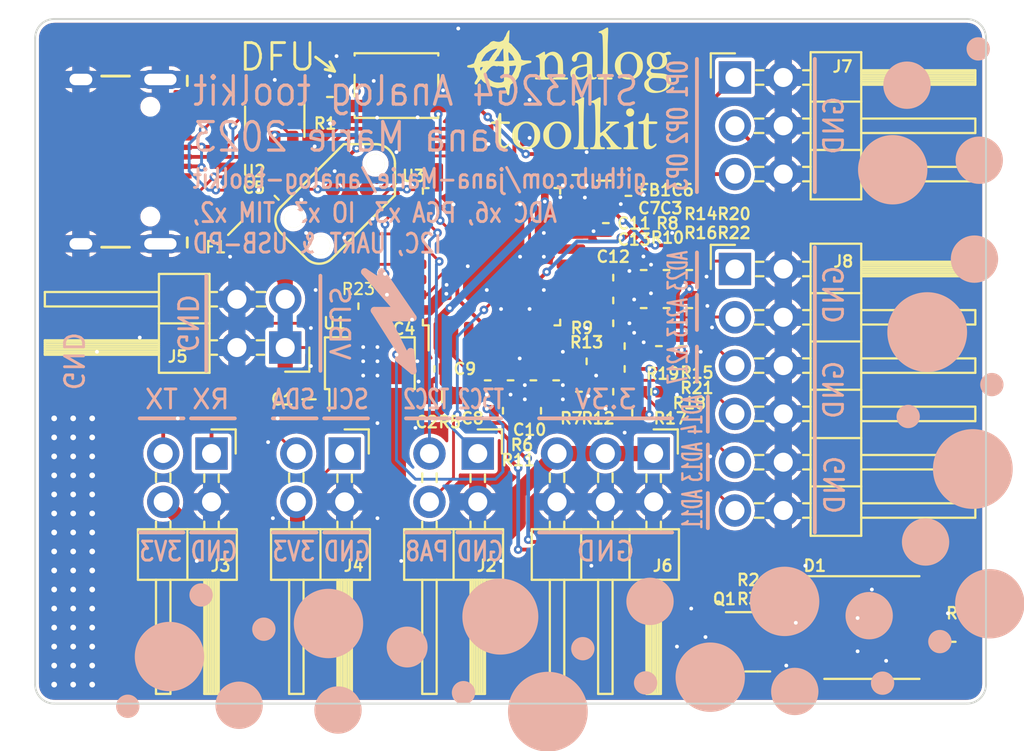
<source format=kicad_pcb>
(kicad_pcb (version 20240108) (generator "pcbnew") (generator_version "8.0")
  (layers (0 "F.Cu" signal) (31 "B.Cu" signal) (34 "B.Paste" user) (35 "F.Paste" user) (36 "B.SilkS" user "B.Silkscreen") (37 "F.SilkS" user "F.Silkscreen") (38 "B.Mask" user) (39 "F.Mask" user) (44 "Edge.Cuts" user))
  (net 0 "")
  (net 1 "nRST")
  (net 2 "GND")
  (net 3 "VBUS")
  (net 4 "+3V3")
  (net 5 "+3.3VA")
  (net 6 "ADC1_1")
  (net 7 "ADC1_3")
  (net 8 "ADC1_4")
  (net 9 "ADC2_3")
  (net 10 "Net-(D1-Pad2)")
  (net 11 "ADC2_17")
  (net 12 "ADC2_13")
  (net 13 "LED1")
  (net 15 "Net-(D1-Pad3)")
  (net 16 "D-")
  (net 17 "D+")
  (net 19 "Net-(D1-Pad4)")
  (net 20 "Net-(D1-Pad6)")
  (net 21 "Net-(F1-Pad1)")
  (net 22 "CC1")
  (net 23 "CC2")
  (net 24 "TIM3_CH2")
  (net 25 "TIM2_CH2")
  (net 26 "PA8")
  (net 27 "UART_RX")
  (net 28 "UART_TX")
  (net 29 "I2C_SCL")
  (net 30 "I2C_SDA")
  (net 31 "OPAMP1")
  (net 32 "OPAMP2")
  (net 33 "OPAMP3")
  (net 34 "Net-(J8-Pad1)")
  (net 35 "Net-(J8-Pad3)")
  (net 36 "Net-(J8-Pad5)")
  (net 37 "Net-(J8-Pad7)")
  (net 38 "Net-(J8-Pad9)")
  (net 39 "Net-(J8-Pad11)")
  (net 40 "SWDIO")
  (net 41 "SWCLK")
  (net 43 "LED2")
  (net 44 "Net-(R1-Pad1)")
  (footprint "otter:USB-C 16Pin" (layer "F.Cu") (at 107.5 107.5 -90)
    (property "Reference" "J1" (hide yes))
    (property "Value" "USB_C")
  )
  (footprint "otter:R_0402" (layer "F.Cu") (at 148.25 132.75 -90)
    (property "Reference" "R4")
    (property "Value" "5k1" (hide yes))
  )
  (footprint "Connector_PinHeader_2.54mm:PinHeader_2x02_P2.54mm_Horizontal" (layer "F.Cu") (at 123.275 122.85 -90)
    (property "Reference" "J2")
    (property "Value" "IO")
  )
  (footprint "Package_TO_SOT_SMD:SOT-23" (layer "F.Cu") (at 138 132.75)
    (property "Reference" "Q1")
    (property "Value" "AO3400A")
  )
  (footprint "otter:R_0402" (layer "F.Cu") (at 134.4 113.2 -90)
    (property "Reference" "R20")
    (property "Value" "DNP" (hide yes))
  )
  (footprint "Connector_PinHeader_2.54mm:PinHeader_2x02_P2.54mm_Horizontal" (layer "F.Cu") (at 109.275 122.85 -90)
    (property "Reference" "J3")
    (property "Value" "UART")
  )
  (footprint "Connector_PinHeader_2.54mm:PinHeader_2x06_P2.54mm_Horizontal" (layer "F.Cu") (at 136.8 113.145591)
    (property "Reference" "J8")
    (property "Value" "ADC")
  )
  (footprint "otter:R_0402" (layer "F.Cu") (at 126.6 120.6)
    (property "Reference" "R6")
    (property "Value" "DNP" (hide yes))
  )
  (footprint "otter:R_0402" (layer "F.Cu") (at 139.25 129.5)
    (property "Reference" "R2")
    (property "Value" "5k1" (hide yes))
  )
  (footprint "Connector_PinHeader_2.54mm:PinHeader_2x03_P2.54mm_Horizontal" (layer "F.Cu") (at 132.525 122.85 -90)
    (property "Reference" "J6")
    (property "Value" "3.3V")
  )
  (footprint "Connector_PinHeader_2.54mm:PinHeader_2x02_P2.54mm_Horizontal" (layer "F.Cu") (at 116.275 122.85 -90)
    (property "Reference" "J4")
    (property "Value" "I2C")
  )
  (footprint "otter:R_0402" (layer "F.Cu") (at 134.4 115.2 90)
    (property "Reference" "R22")
    (property "Value" "DNP" (hide yes))
  )
  (footprint "otter:C_0402" (layer "F.Cu") (at 130.010408 110.732233 -90)
    (property "Reference" "C7")
    (property "Value" "100n" (hide yes))
  )
  (footprint "otter:R_0402" (layer "F.Cu") (at 131.4 120.7)
    (property "Reference" "R17")
    (property "Value" "DNP" (hide yes))
  )
  (footprint "otter:R_0402" (layer "F.Cu") (at 133.2 113.2 90)
    (property "Reference" "R14")
    (property "Value" "0" (hide yes))
  )
  (footprint "otter:C_0402" (layer "F.Cu") (at 130.4 116)
    (property "Reference" "C12")
    (property "Value" "100n" (hide yes))
  )
  (footprint "Package_TO_SOT_SMD:SOT-89-3" (layer "F.Cu") (at 117.6 118.4 90)
    (property "Reference" "U1")
    (property "Value" "AP2204R-3.3")
  )
  (footprint "otter:C_0402" (layer "F.Cu") (at 128.4 108.2 -90)
    (property "Reference" "C6")
    (property "Value" "100n" (hide yes))
  )
  (footprint "otter:analog_toolkit" (layer "F.Cu") (at 127.95 103.65)
    (property "Reference" "G***" (hide yes))
    (property "Value" "LOGO" (hide yes))
  )
  (footprint "otter:C_0402" (layer "F.Cu") (at 112.7 109.4 45)
    (property "Reference" "C5")
    (property "Value" "100n" (hide yes))
  )
  (footprint "otter:R_0402" (layer "F.Cu") (at 134 117.2 -90)
    (property "Reference" "R21")
    (property "Value" "DNP" (hide yes))
  )
  (footprint "otter:R_0402" (layer "F.Cu") (at 131 118.4)
    (property "Reference" "R19")
    (property "Value" "DNP" (hide yes))
  )
  (footprint "Package_TO_SOT_SMD:SOT-23-6" (layer "F.Cu") (at 112.6 105.4 -90)
    (property "Reference" "U2")
    (property "Value" "otter_USBLC6-4")
  )
  (footprint "otter:TC2030" (layer "F.Cu") (at 116.1 109.4 -135)
    (property "Reference" "P1" (hide yes))
    (property "Value" "TC2030" (hide yes))
  )
  (footprint "LED_SMD:LED_RGB_5050-6" (layer "F.Cu") (at 144 132)
    (property "Reference" "D1")
    (property "Value" "LED_RGB")
  )
  (footprint "otter:C_0402" (layer "F.Cu") (at 130.4 113.6)
    (property "Reference" "C11")
    (property "Value" "100n" (hide yes))
  )
  (footprint "otter:R_0402" (layer "F.Cu") (at 130.4 119.6)
    (property "Reference" "R12")
    (property "Value" "0" (hide yes))
  )
  (footprint "otter:C_0402" (layer "F.Cu") (at 125 119 -90)
    (property "Reference" "C8")
    (property "Value" "100n" (hide yes))
  )
  (footprint "otter:R_0402" (layer "F.Cu") (at 139.25 130.5 180)
    (property "Reference" "R3")
    (property "Value" "5k1" (hide yes))
  )
  (footprint "otter:C_0402" (layer "F.Cu") (at 131.2 109.3 -90)
    (property "Reference" "C3")
    (property "Value" "100n" (hide yes))
  )
  (footprint "otter:C_0402" (layer "F.Cu") (at 126.2 119 -90)
    (property "Reference" "C9")
    (property "Value" "100n" (hide yes))
  )
  (footprint "Package_QFP:LQFP-32_7x7mm_P0.8mm" (layer "F.Cu") (at 124 112.5 90)
    (property "Reference" "U3")
    (property "Value" "STM32G431xB")
  )
  (footprint "Connector_PinHeader_2.54mm:PinHeader_2x02_P2.54mm_Horizontal" (layer "F.Cu") (at 113.15 117.275 180)
    (property "Reference" "J5")
    (property "Value" "VBUS")
  )
  (footprint "otter:R_0402" (layer "F.Cu") (at 132 113.2 -90)
    (property "Reference" "R8")
    (property "Value" "DNP" (hide yes))
  )
  (footprint "otter:R_0402" (layer "F.Cu") (at 133.2 115.2 -90)
    (property "Reference" "R16")
    (property "Value" "0" (hide yes))
  )
  (footprint "otter:R_0805" (layer "F.Cu") (at 110.5 111 -45)
    (property "Reference" "F1")
    (property "Value" "500mA" (hide yes))
  )
  (footprint "otter:R_0402" (layer "F.Cu") (at 117 115.1 180)
    (property "Reference" "R23")
    (property "Value" "DNP" (hide yes))
  )
  (footprint "otter:R_0402" (layer "F.Cu") (at 124.6 120.6)
    (property "Reference" "R11")
    (property "Value" "0" (hide yes))
  )
  (footprint "otter:C_0402" (layer "F.Cu") (at 127.4 119 -90)
    (property "Reference" "C10")
    (property "Value" "100n" (hide yes))
  )
  (footprint "otter:R_0402" (layer "F.Cu") (at 129 118)
    (property "Reference" "R13")
    (property "Value" "0" (hide yes))
  )
  (footprint "otter:R_0603" (layer "F.Cu") (at 129.9 108.5 -90)
    (property "Reference" "FB1")
    (property "Value" "FERRET" (hide yes))
  )
  (footprint "otter:R_0402" (layer "F.Cu") (at 132.8 117.2 90)
    (property "Reference" "R15")
    (property "Value" "0" (hide yes))
  )
  (footprint "otter:R_0402" (layer "F.Cu") (at 115.5 104.1 90)
    (property "Reference" "R1")
    (property "Value" "5k1" (hide yes))
  )
  (footprint "otter:C_0402" (layer "F.Cu") (at 121 118.4 180)
    (property "Reference" "C4")
    (property "Value" "100n" (hide yes))
  )
  (footprint "otter:R_0402" (layer "F.Cu") (at 128.6 119.6 90)
    (property "Reference" "R7")
    (property "Value" "DNP" (hide yes))
  )
  (footprint "otter:C_0603" (layer "F.Cu") (at 121.4 119.8 180)
    (property "Reference" "C2")
    (property "Value" "4u7" (hide yes))
  )
  (footprint "otter:C_0603" (layer "F.Cu") (at 114.4 120 90)
    (property "Reference" "C1")
    (property "Value" "4u7" (hide yes))
  )
  (footprint "otter:R_0402" (layer "F.Cu") (at 131 117.2 180)
    (property "Reference" "R9")
    (property "Value" "DNP" (hide yes))
  )
  (footprint "otter:R_0402" (layer "F.Cu") (at 132 115.2 -90)
    (property "Reference" "R10")
    (property "Value" "DNP" (hide yes))
  )
  (footprint "otter:R_0402" (layer "F.Cu") (at 123.8 119 90)
    (property "Reference" "R5")
    (property "Value" "DNP" (hide yes))
  )
  (footprint "Button_Switch_SMD:SW_SPST_PTS810" (layer "F.Cu") (at 119 103.5 180)
    (property "Reference" "SW1" (hide yes))
    (property "Value" "DFU")
  )
  (footprint "Connector_PinHeader_2.54mm:PinHeader_2x03_P2.54mm_Horizontal" (layer "F.Cu") (at 136.8 103.075)
    (property "Reference" "J7")
    (property "Value" "OPAMP")
  )
  (footprint "otter:R_0402" (layer "F.Cu") (at 132.4 119.6)
    (property "Reference" "R18")
    (property "Value" "DNP" (hide yes))
  )
  (footprint "otter:C_0402" (layer "F.Cu") (at 130.4 114.8)
    (property "Reference" "C13")
    (property "Value" "100n" (hide yes))
  )
  (footprint "otter:Symbol_Highvoltage_Type1_CopperTop_Small" (layer "B.Cu") (at 119.489 116.4715 180)
    (property "Reference" "REF**" (hide yes))
    (property "Value" "Symbol_Highvoltage_Type1_CopperTop_Small")
  )
  (gr_circle (center 149.309756 123.663068) (end 149.609756 125.663068) (stroke (width 0.15)) (fill solid) (layer "B.SilkS"))
  (gr_circle (center 115.426136 131.78762) (end 113.67685 131.78762) (stroke (width 0.15)) (fill solid) (layer "B.SilkS"))
  (gr_line (start 126.5 121) (end 133.5 121) (stroke (width 0.2)) (layer "B.SilkS"))
  (gr_circle (center 112.026136 132.08762) (end 111.526135 132.28762) (stroke (width 0.15)) (fill solid) (layer "B.SilkS"))
  (gr_line (start 134.8 112.275) (end 134.8 114.125) (stroke (width 0.2)) (layer "B.SilkS"))
  (gr_circle (center 104.871037 136.140847) (end 104.658905 136.635822) (stroke (width 0.15)) (fill solid) (layer "B.SilkS"))
  (gr_line (start 126.5 127) (end 133.5 127) (stroke (width 0.2)) (layer "B.SilkS"))
  (gr_circle (center 124.463068 131.424552) (end 122.563068 131.124552) (stroke (width 0.15)) (fill solid) (layer "B.SilkS"))
  (gr_line (start 107.8 127) (end 105.5 127) (stroke (width 0.2)) (layer "B.SilkS"))
  (gr_circle (center 146.823538 127.5) (end 147.223538 126.4) (stroke (width 0.15)) (fill solid) (layer "B.SilkS"))
  (gr_line (start 117.5 121) (end 115.2 121) (stroke (width 0.2)) (layer "B.SilkS"))
  (gr_circle (center 139.412354 130.624552) (end 137.663068 130.624552) (stroke (width 0.15)) (fill solid) (layer "B.SilkS"))
  (gr_line (start 114.8 127) (end 112.5 127) (stroke (width 0.2)) (layer "B.SilkS"))
  (gr_circle (center 146.909756 116.463068) (end 146.609756 114.463068) (stroke (width 0.15)) (fill solid) (layer "B.SilkS"))
  (gr_line (start 135.375 122.375) (end 135.375 124.225) (stroke (width 0.2)) (layer "B.SilkS"))
  (gr_circle (center 107.063068 133.524552) (end 105.826136 134.761484) (stroke (width 0.15)) (fill solid) (layer "B.SilkS"))
  (gr_circle (center 108.726136 130.28762) (end 108.226136 130.48762) (stroke (width 0.15)) (fill solid) (layer "B.SilkS"))
  (gr_line (start 141 109.1) (end 141 102.1) (stroke (width 0.2)) (layer "B.SilkS"))
  (gr_circle (center 149.593461 101.571037) (end 149.098486 101.358905) (stroke (width 0.15)) (fill solid) (layer "B.SilkS"))
  (gr_circle (center 145.845796 103.480225) (end 145.35082 102.419565) (stroke (width 0.15)) (fill solid) (layer "B.SilkS"))
  (gr_line (start 114.8 121) (end 112.5 121) (stroke (width 0.2)) (layer "B.SilkS"))
  (gr_line (start 134.8 117.225) (end 134.8 119.075) (stroke (width 0.2)) (layer "B.SilkS"))
  (gr_line (start 117.5 127) (end 115.2 127) (stroke (width 0.2)) (layer "B.SilkS"))
  (gr_circle (center 147.575422 132.738334) (end 147.787554 132.243359) (stroke (width 0.15)) (fill solid) (layer "B.SilkS"))
  (gr_line (start 109 118.5) (end 109 113.5) (stroke (width 0.2)) (layer "B.SilkS"))
  (gr_line (start 135.375 119.85) (end 135.375 121.7) (stroke (width 0.2)) (layer "B.SilkS"))
  (gr_circle (center 149.395974 112.626136) (end 148.995974 113.726136) (stroke (width 0.15)) (fill solid) (layer "B.SilkS"))
  (gr_line (start 107.8 121) (end 105.5 121) (stroke (width 0.2)) (layer "B.SilkS"))
  (gr_circle (center 150.309756 119.224552) (end 150.109755 118.724552) (stroke (width 0.15)) (fill solid) (layer "B.SilkS"))
  (gr_circle (center 150.2 130.749286) (end 151.436932 129.512354) (stroke (width 0.15)) (fill solid) (layer "B.SilkS"))
  (gr_line (start 124.5 121) (end 122.2 121) (stroke (width 0.2)) (layer "B.SilkS"))
  (gr_circle (center 149.646688 107.426136) (end 150.046689 106.326136) (stroke (width 0.15)) (fill solid) (layer "B.SilkS"))
  (gr_line (start 124.5 127) (end 122.2 127) (stroke (width 0.2)) (layer "B.SilkS"))
  (gr_line (start 110.5 121) (end 108.2 121) (stroke (width 0.2)) (layer "B.SilkS"))
  (gr_line (start 115 118.5) (end 115 113.5) (stroke (width 0.2)) (layer "B.SilkS"))
  (gr_circle (center 115.926136 136.338334) (end 117.026136 136.738334) (stroke (width 0.15)) (fill solid) (layer "B.SilkS"))
  (gr_line (start 141 127) (end 141 112) (stroke (width 0.2)) (layer "B.SilkS"))
  (gr_circle (center 145.909756 120.901584) (end 146.109756 121.401585) (stroke (width 0.15)) (fill solid) (layer "B.SilkS"))
  (gr_circle (center 139.945911 135.360591) (end 141.006571 134.865616) (stroke (width 0.15)) (fill solid) (layer "B.SilkS"))
  (gr_circle (center 126.963068 136.424552) (end 128.963068 136.124552) (stroke (width 0.15)) (fill solid) (layer "B.SilkS"))
  (gr_circle (center 110.726136 136.08762) (end 109.626136 135.687619) (stroke (width 0.15)) (fill solid) (layer "B.SilkS"))
  (gr_line (start 121.8 127) (end 119.5 127) (stroke (width 0.2)) (layer "B.SilkS"))
  (gr_circle (center 135.5 134.61077) (end 133.750714 134.61077) (stroke (width 0.15)) (fill solid) (layer "B.SilkS"))
  (gr_circle (center 119.563068 133.024552) (end 118.563068 133.024552) (stroke (width 0.15)) (fill solid) (layer "B.SilkS"))
  (gr_circle (center 128.8 133.11077) (end 128.3 133.31077) (stroke (width 0.15)) (fill solid) (layer "B.SilkS"))
  (gr_circle (center 143.858265 131.374373) (end 144.918925 130.879398) (stroke (width 0.15)) (fill solid) (layer "B.SilkS"))
  (gr_line (start 134.8 114.5) (end 134.8 116.35) (stroke (width 0.2)) (layer "B.SilkS"))
  (gr_line (start 135.375 124.925) (end 135.375 126.775) (stroke (width 0.2)) (layer "B.SilkS"))
  (gr_circle (center 132.333537 130.624552) (end 133.433537 131.024552) (stroke (width 0.15)) (fill solid) (layer "B.SilkS"))
  (gr_circle (center 144.563068 134.924552) (end 144.063067 135.124552) (stroke (width 0.15)) (fill solid) (layer "B.SilkS"))
  (gr_line (start 134.8 109.1) (end 134.8 102.1) (stroke (width 0.2)) (layer "B.SilkS"))
  (gr_line (start 121.8 121) (end 119.5 121) (stroke (width 0.2)) (layer "B.SilkS"))
  (gr_circle (center 122.524552 135.424552) (end 122.024552 135.624553) (stroke (width 0.15)) (fill solid) (layer "B.SilkS"))
  (gr_line (start 110.5 127) (end 108.2 127) (stroke (width 0.2)) (layer "B.SilkS"))
  (gr_circle (center 132.1 134.91077) (end 131.6 135.11077) (stroke (width 0.15)) (fill solid) (layer "B.SilkS"))
  (gr_circle (center 145.095974 107.926136) (end 145.095974 109.675422) (stroke (width 0.15)) (fill solid) (layer "B.SilkS"))
  (gr_line (start 115.75 102.75) (end 115.25 102.65) (stroke (width 0.15)) (layer "F.SilkS"))
  (gr_line (start 114.75 102) (end 115.75 102.75) (stroke (width 0.15)) (layer "F.SilkS"))
  (gr_line (start 115.75 102.75) (end 115.5 102.25) (stroke (width 0.15)) (layer "F.SilkS"))
  (gr_line (start 101 100) (end 149 100) (stroke (width 0.1)) (layer "Edge.Cuts"))
  (gr_line (start 100 101) (end 100 135) (stroke (width 0.1)) (layer "Edge.Cuts"))
  (gr_arc (start 150 135) (mid 149.707107 135.707107) (end 149 136) (stroke (width 0.1)) (layer "Edge.Cuts"))
  (gr_line (start 101 136) (end 149 136) (stroke (width 0.1)) (layer "Edge.Cuts"))
  (gr_arc (start 149 100) (mid 149.707107 100.292893) (end 150 101) (stroke (width 0.1)) (layer "Edge.Cuts"))
  (gr_line (start 150 101) (end 150 135) (stroke (width 0.1)) (layer "Edge.Cuts"))
  (gr_arc (start 100 101) (mid 100.292893 100.292893) (end 101 100) (stroke (width 0.1)) (layer "Edge.Cuts"))
  (gr_arc (start 101 136) (mid 100.292893 135.707107) (end 100 135) (stroke (width 0.1)) (layer "Edge.Cuts"))
  (gr_text "github.com/jana-Marie/analog-toolkit" (at 108.2 108.4 0) (layer "B.SilkS") (effects (font (size 1 0.8)) (justify right mirror)))
  (gr_text "AD14 AD13 AD11\n" (at 134.575 123.3 90) (layer "B.SilkS") (effects (font (size 1 0.55) (thickness 0.125)) (justify mirror)))
  (gr_text "AD23 A213 A217\n" (at 133.8 115.7 90) (layer "B.SilkS") (effects (font (size 1 0.55) (thickness 0.125)) (justify mirror)))
  (gr_text "GND\n" (at 142 105.6 90) (layer "B.SilkS") (effects (font (size 1 1)) (justify mirror)))
  (gr_text "STM32G4 Analog toolkit\nJana Marie 2023\n" (at 108.2 105 0) (layer "B.SilkS") (effects (font (size 1.5 1.3) (thickness 0.17)) (justify right mirror)))
  (gr_text "GND\n" (at 109.4 128 0) (layer "B.SilkS") (effects (font (size 1 0.8)) (justify mirror)))
  (gr_text "OP1 OP2 OP3\n" (at 133.8 105.6 90) (layer "B.SilkS") (effects (font (size 1 0.65)) (justify mirror)))
  (gr_text "GND\n" (at 142 114.5 90) (layer "B.SilkS") (effects (font (size 1 1)) (justify mirror)))
  (gr_text "GND\n" (at 130 128 0) (layer "B.SilkS") (effects (font (size 1 1)) (justify mirror)))
  (gr_text "RX TX" (at 108 120 0) (layer "B.SilkS") (effects (font (size 1 1)) (justify mirror)))
  (gr_text "ADC x6, PGA x3, IO x3, TIM x2,\nI2C, UART & USB-PD" (at 108.2 111 0) (layer "B.SilkS") (effects (font (size 1 0.8)) (justify right mirror)))
  (gr_text "GND\n" (at 142 119.5 90) (layer "B.SilkS") (effects (font (size 1 1)) (justify mirror)))
  (gr_text "GND\n" (at 102 118 270) (layer "B.SilkS") (effects (font (size 1 1)) (justify mirror)))
  (gr_text "SCL SDA" (at 115 120 0) (layer "B.SilkS") (effects (font (size 1 0.8)) (justify mirror)))
  (gr_text "GND\n" (at 116.4 128 0) (layer "B.SilkS") (effects (font (size 1 0.8)) (justify mirror)))
  (gr_text "GND\n" (at 142.057279 124.5 90) (layer "B.SilkS") (effects (font (size 1 1)) (justify mirror)))
  (gr_text "VBUS\n" (at 116 116 270) (layer "B.SilkS") (effects (font (size 1 1)) (justify mirror)))
  (gr_text "GND\n" (at 108 116 270) (layer "B.SilkS") (effects (font (size 1 1)) (justify mirror)))
  (gr_text "PA8" (at 120.6 128 0) (layer "B.SilkS") (effects (font (size 1 0.8)) (justify mirror)))
  (gr_text "GND\n" (at 123.4 128 0) (layer "B.SilkS") (effects (font (size 1 0.8)) (justify mirror)))
  (gr_text "3.3V\n" (at 130 120 0) (layer "B.SilkS") (effects (font (size 1 1)) (justify mirror)))
  (gr_text "3V3" (at 106.6 128 0) (layer "B.SilkS") (effects (font (size 1 0.8)) (justify mirror)))
  (gr_text "T3C2 T2C2" (at 122 120 0) (layer "B.SilkS") (effects (font (size 1 0.65)) (justify mirror)))
  (gr_text "3V3" (at 113.6 128 0) (layer "B.SilkS") (effects (font (size 1 0.8)) (justify mirror)))
  (gr_text "DFU\n" (at 112.75 102 0) (layer "F.SilkS") (effects (font (size 1.4 1.4))))
  (segment (start 113.149013 108.950987) (end 113.03234 109.06766) (width 0.15) (layer "F.Cu") (net 1))
  (segment (start 122.2 110.723959) (end 120.427029 108.950988) (width 0.2) (layer "F.Cu") (net 1))
  (segment (start 123.6 116.675) (end 123.6 116.1) (width 0.2) (layer "F.Cu") (net 1))
  (segment (start 120.427029 108.950988) (end 119.549012 108.950988) (width 0.2) (layer "F.Cu") (net 1))
  (segment (start 123.6 116.1) (end 122.2 114.7) (width 0.2) (layer "F.Cu") (net 1))
  (segment (start 122.2 114.7) (end 122.2 110.723959) (width 0.2) (layer "F.Cu") (net 1))
  (segment (start 115.650987 108.950987) (end 113.149013 108.950987) (width 0.15) (layer "F.Cu") (net 1))
  (via (at 119.549012 108.950988) (size 0.45) (drill 0.2) (layers "F.Cu" "B.Cu") (net 1))
  (via (at 114.850987 108.950987) (size 0.45) (drill 0.2) (layers "F.Cu" "B.Cu") (net 1))
  (segment (start 114.850987 108.950987) (end 119.549012 108.950988) (width 0.2) (layer "B.Cu") (net 1))
  (via (at 126 115.25) (size 0.45) (drill 0.2) (layers "F.Cu" "B.Cu") (net 2))
  (via (at 133.75 119.75) (size 0.45) (drill 0.2) (layers "F.Cu" "B.Cu") (net 2))
  (via (at 101 123) (size 0.6) (drill 0.3) (layers "F.Cu" "B.Cu") (net 2))
  (via (at 132.383101 114.424165) (size 0.45) (drill 0.2) (layers "F.Cu" "B.Cu") (net 2))
  (via (at 103 134) (size 0.6) (drill 0.3) (layers "F.Cu" "B.Cu") (net 2))
  (via (at 127.75 119.25) (size 0.45) (drill 0.2) (layers "F.Cu" "B.Cu") (net 2))
  (via (at 124.5 128.5) (size 0.45) (drill 0.2) (layers "F.Cu" "B.Cu") (net 2))
  (via (at 102 126) (size 0.6) (drill 0.3) (layers "F.Cu" "B.Cu") (net 2))
  (via (at 112.25 122.25) (size 0.45) (drill 0.2) (layers "F.Cu" "B.Cu") (net 2))
  (via (at 132 109.25) (size 0.45) (drill 0.2) (layers "F.Cu" "B.Cu") (net 2))
  (via (at 139.5 134) (size 0.45) (drill 0.2) (layers "F.Cu" "B.Cu") (net 2))
  (via (at 126 104.25) (size 0.45) (drill 0.2) (layers "F.Cu" "B.Cu") (net 2))
  (via (at 129.5 118.75) (size 0.45) (drill 0.2) (layers "F.Cu" "B.Cu") (net 2))
  (via (at 102 129) (size 0.6) (drill 0.3) (layers "F.Cu" "B.Cu") (net 2))
  (via (at 102 124) (size 0.6) (drill 0.3) (layers "F.Cu" "B.Cu") (net 2))
  (via (at 120.162679 119.061402) (size 0.45) (drill 0.2) (layers "F.Cu" "B.Cu") (net 2))
  (via (at 125.5 109.75) (size 0.45) (drill 0.2) (layers "F.Cu" "B.Cu") (net 2))
  (via (at 118 126.25) (size 0.45) (drill 0.2) (layers "F.Cu" "B.Cu") (net 2))
  (via (at 108.5 128.5) (size 0.45) (drill 0.2) (layers "F.Cu" "B.Cu") (net 2))
  (via (at 123.834952 106.573488) (size 0.45) (drill 0.2) (layers "F.Cu" "B.Cu") (net 2))
  (via (at 103 123) (size 0.6) (drill 0.3) (layers "F.Cu" "B.Cu") (net 2))
  (via (at 117.804261 103.255378) (size 0.45) (drill 0.2) (layers "F.Cu" "B.Cu") (net 2))
  (via (at 117.75 110.5) (size 0.45) (drill 0.2) (layers "F.Cu" "B.Cu") (net 2))
  (via (at 120 121.5) (size 0.45) (drill 0.2) (layers "F.Cu" "B.Cu") (net 2))
  (via (at 103 132) (size 0.6) (drill 0.3) (layers "F.Cu" "B.Cu") (net 2))
  (via (at 135.25 132.5) (size 0.45) (drill 0.2) (layers "F.Cu" "B.Cu") (net 2))
  (via (at 101 124) (size 0.6) (drill 0.3) (layers "F.Cu" "B.Cu") (net 2))
  (via (at 129 116.25) (size 0.45) (drill 0.2) (layers "F.Cu" "B.Cu") (net 2))
  (via (at 125 119.75) (size 0.45) (drill 0.2) (layers "F.Cu" "B.Cu") (net 2))
  (via (at 120.096933 117.995779) (size 0.45) (drill 0.2) (layers "F.Cu" "B.Cu") (net 2))
  (via (at 114.5 116.25) (size 0.45) (drill 0.2) (layers "F.Cu" "B.Cu") (net 2))
  (via (at 114.25 111.25) (size 0.45) (drill 0.2) (layers "F.Cu" "B.Cu") (net 2))
  (via (at 132 117) (size 0.45) (drill 0.2) (layers "F.Cu" "B.Cu") (net 2))
  (via (at 127.75 117.5) (size 0.45) (drill 0.2) (layers "F.Cu" "B.Cu") (net 2))
  (via (at 117.25 118) (size 0.45) (drill 0.2) (layers "F.Cu" "B.Cu") (net 2))
  (via (at 115.75 108) (size 0.45) (drill 0.2) (layers "F.Cu" "B.Cu") (net 2))
  (via (at 103 130) (size 0.6) (drill 0.3) (layers "F.Cu" "B.Cu") (net 2))
  (via (at 118 117.25) (size 0.45) (drill 0.2) (layers "F.Cu" "B.Cu") (net 2))
  (via (at 129.365123 111.158123) (size 0.45) (drill 0.2) (layers "F.Cu" "B.Cu") (net 2))
  (via (at 117.25 118.75) (size 0.45) (drill 0.2) (layers "F.Cu" "B.Cu") (net 2))
  (via (at 102 131) (size 0.6) (drill 0.3) (layers "F.Cu" "B.Cu") (net 2))
  (via (at 140 131.75) (size 0.45) (drill 0.2) (layers "F.Cu" "B.Cu") (net 2))
  (via (at 122.25 100.5) (size 0.45) (drill 0.2) (layers "F.Cu" "B.Cu") (net 2))
  (via (at 102 135) (size 0.6) (drill 0.3) (layers "F.Cu" "B.Cu") (net 2))
  (via (at 120.11429 105.168915) (size 0.45) (drill 0.2) (layers "F.Cu" "B.Cu") (net 2))
  (via (at 102 133) (size 0.6) (drill 0.3) (layers "F.Cu" "B.Cu") (net 2))
  (via (at 101 129) (size 0.6) (drill 0.3) (layers "F.Cu" "B.Cu") (net 2))
  (via (at 102 134) (size 0.6) (drill 0.3) (layers "F.Cu" "B.Cu") (net 2))
  (via (at 101 125) (size 0.6) (drill 0.3) (layers "F.Cu" "B.Cu") (net 2))
  (via (at 128.907027 109.389996) (size 0.45) (drill 0.2) (layers "F.Cu" "B.Cu") (net 2))
  (via (at 135.30614 113.544492) (size 0.45) (drill 0.2) (layers "F.Cu" "B.Cu") (net 2))
  (via (at 130.796454 109.731997) (size 0.45) (drill 0.2) (layers "F.Cu" "B.Cu") (net 2))
  (via (at 131 121.75) (size 0.45) (drill 0.2) (layers "F.Cu" "B.Cu") (net 2))
  (via (at 101 133) (size 0.6) (drill 0.3) (layers "F.Cu" "B.Cu") (net 2))
  (via (at 129.25 128.75) (size 0.45) (drill 0.2) (layers "F.Cu" "B.Cu") (net 2))
  (via (at 102 132) (size 0.6) (drill 0.3) (layers "F.Cu" "B.Cu") (net 2))
  (via (at 122.75 113) (size 0.45) (drill 0.2) (layers "F.Cu" "B.Cu") (net 2))
  (via (at 121.45 103.75) (size 0.45) (drill 0.2) (layers "F.Cu" "B.Cu") (net 2))
  (via (at 110.25 112.5) (size 0.45) (drill 0.2) (layers "F.Cu" "B.Cu") (net 2))
  (via (at 103 124) (size 0.6) (drill 0.3) (layers "F.Cu" "B.Cu") (net 2))
  (via (at 129 107) (size 0.45) (drill 0.2) (layers "F.Cu" "B.Cu") (net 2))
  (via (at 119.820226 115.808864) (size 0.45) (drill 0.2) (layers "F.Cu" "B.Cu") (net 2))
  (via (at 114.5 118.25) (size 0.45) (drill 0.2) (layers "F.Cu" "B.Cu") (net 2))
  (via (at 103 126) (size 0.6) (drill 0.3) (layers "F.Cu" "B.Cu") (net 2))
  (via (at 126.75 112.5) (size 0.45) (drill 0.2) (layers "F.Cu" "B.Cu") (net 2))
  (via (at 132.387611 112.916769) (size 0.45) (drill 0.2) (layers "F.Cu" "B.Cu") (net 2))
  (via (at 115.85 101.95) (size 0.45) (drill 0.2) (layers "F.Cu" "B.Cu") (net 2))
  (via (at 126 122) (size 0.45) (drill 0.2) (layers "F.Cu" "B.Cu") (net 2))
  (via (at 131.25 113.25) (size 0.45) (drill 0.2) (layers "F.Cu" "B.Cu") (net 2))
  (via (at 117.984141 105.188985) (size 0.45) (drill 0.2) (layers "F.Cu" "B.Cu") (net 2))
  (via (at 135 117.5) (size 0.45) (drill 0.2) (layers "F.Cu" "B.Cu") (net 2))
  (via (at 101 126) (size 0.6) (drill 0.3) (layers "F.Cu" "B.Cu") (net 2))
  (via (at 133.75 133) (size 0.45) (drill 0.2) (layers "F.Cu" "B.Cu") (net 2))
  (via (at 135.349532 115.086878) (size 0.45) (drill 0.2) (layers "F.Cu" "B.Cu") (net 2))
  (via (at 103 129) (size 0.6) (drill 0.3) (layers "F.Cu" "B.Cu") (net 2))
  (via (at 133.5 111.25) (size 0.45) (drill 0.2) (layers "F.Cu" "B.Cu") (net 2))
  (via (at 125.75 120) (size 0.45) (drill 0.2) (layers "F.Cu" "B.Cu") (net 2))
  (via (at 125.5 112.5) (size 0.45) (drill 0.2) (layers "F.Cu" "B.Cu") (net 2))
  (via (at 115.5 105.5) (size 0.45) (drill 0.2) (layers "F.Cu" "B.Cu") (net 2))
  (via (at 103 127) (size 0.6) (drill 0.3) (layers "F.Cu" "B.Cu") (net 2))
  (via (at 112.6 103.2) (size 0.45) (drill 0.2) (layers "F.Cu" "B.Cu") (net 2))
  (via (at 125.75 119.25) (size 0.45) (drill 0.2) (layers "F.Cu" "B.Cu") (net 2))
  (via (at 102 122) (size 0.6) (drill 0.3) (layers "F.Cu" "B.Cu") (net 2))
  (via (at 131.5 114.75) (size 0.45) (drill 0.2) (layers "F.Cu" "B.Cu") (net 2))
  (via (at 103 122) (size 0.6) (drill 0.3) (layers "F.Cu" "B.Cu") (net 2))
  (via (at 112.5 126.25) (size 0.45) (drill 0.2) (layers "F.Cu" "B.Cu") (net 2))
  (via (at 103 128) (size 0.6) (drill 0.3) (layers "F.Cu" "B.Cu") (net 2))
  (via (at 103 133) (size 0.6) (drill 0.3) (layers "F.Cu" "B.Cu") (net 2))
  (via (at 135.594104 116.219013) (size 0.45) (drill 0.2) (layers "F.Cu" "B.Cu") (net 2))
  (via (at 127.75 108.75) (size 0.45) (drill 0.2) (layers "F.Cu" "B.Cu") (net 2))
  (via (at 101 128) (size 0.6) (drill 0.3) (layers "F.Cu" "B.Cu") (net 2))
  (via (at 101 131) (size 0.6) (drill 0.3) (layers "F.Cu" "B.Cu") (net 2))
  (via (at 102 121) (size 0.6) (drill 0.3) (layers "F.Cu" "B.Cu") (net 2))
  (via (at 119 107) (size 0.45) (drill 0.2) (layers "F.Cu" "B.Cu") (net 2))
  (via (at 143.25 131.5) (size 0.45) (drill 0.2) (layers "F.Cu" "B.Cu") (net 2))
  (via (at 123.75 119.75) (size 0.45) (drill 0.2) (layers "F.Cu" "B.Cu") (net 2))
  (via (at 121.624099 114.448733) (size 0.45) (drill 0.2) (layers "F.Cu" "B.Cu") (net 2))
  (via (at 107.5 121) (size 0.45) (drill 0.2) (layers "F.Cu" "B.Cu") (net 2))
  (via (at 124.5 115.25) (size 0.45) (drill 0.2) (layers "F.Cu" "B.Cu") (net 2))
  (via (at 103 121) (size 0.6) (drill 0.3) (layers "F.Cu" "B.Cu") (net 2))
  (via (at 102 125) (size 0.6) (drill 0.3) (layers "F.Cu" "B.Cu") (net 2))
  (via (at 114.7 106.7) (size 0.45) (drill 0.2) (layers "F.Cu" "B.Cu") (net 2))
  (via (at 101 134) (size 0.6) (drill 0.3) (layers "F.Cu" "B.Cu") (net 2))
  (via (at 126.75 111.25) (size 0.45) (drill 0.2) (layers "F.Cu" "B.Cu") (net 2))
  (via (at 111.75 109) (size 0.45) (drill 0.2) (layers "F.Cu" "B.Cu") (net 2))
  (via (at 131.25 116) (size 0.45) (drill 0.2) (layers "F.Cu" "B.Cu") (net 2))
  (via (at 116.25 111.5) (size 0.45) (drill 0.2) (layers "F.Cu" "B.Cu") (net 2))
  (via (at 103 131) (size 0.6) (drill 0.3) (layers "F.Cu" "B.Cu") (net 2))
  (via (at 143.25 133.25) (size 0.45) (drill 0.2) (layers "F.Cu" "B.Cu") (net 2))
  (via (at 102 123) (size 0.6) (drill 0.3) (layers "F.Cu" "B.Cu") (net 2))
  (via (at 102 127) (size 0.6) (drill 0.3) (layers "F.Cu" "B.Cu") (net 2))
  (via (at 127.614972 109.373103) (size 0.45) (drill 0.2) (layers "F.Cu" "B.Cu") (net 2))
  (via (at 121.635826 113.979554) (size 0.45) (drill 0.2) (layers "F.Cu" "B.Cu") (net 2))
  (via (at 148 131.25) (size 0.45) (drill 0.2) (layers "F.Cu" "B.Cu") (net 2))
  (via (at 131.986564 112.486137) (size 0.45) (drill 0.2) (layers "F.Cu" "B.Cu") (net 2))
  (via (at 117.25 117.25) (size 0.45) (drill 0.2) (layers "F.Cu" "B.Cu") (net 2))
  (via (at 135.5 123) (size 0.45) (drill 0.2) (layers "F.Cu" "B.Cu") (net 2))
  (via (at 131.5 116.5) (size 0.45) (drill 0.2) (layers "F.Cu" "B.Cu") (net 2))
  (via (at 144.75 133.75) (size 0.45) (drill 0.2) (layers "F.Cu" "B.Cu") (net 2))
  (via (at 101 132) (size 0.6) (drill 0.3) (layers "F.Cu" "B.Cu") (net 2))
  (via (at 101 135) (size 0.6) (drill 0.3) (layers "F.Cu" "B.Cu") (net 2))
  (via (at 126.75 114.25) (size 0.45) (drill 0.2) (layers "F.Cu" "B.Cu") (net 2))
  (via (at 102 128) (size 0.6) (drill 0.3) (layers "F.Cu" "B.Cu") (net 2))
  (via (at 130 120.5) (size 0.45) (drill 0.2) (layers "F.Cu" "B.Cu") (net 2))
  (via (at 125.480879 117.84975) (size 0.45) (drill 0.2) (layers "F.Cu" "B.Cu") (net 2))
  (via (at 115.5 103) (size 0.45) (drill 0.2) (layers "F.Cu" "B.Cu") (net 2))
  (via (at 103.25 117.5) (size 0.45) (drill 0.2) (layers "F.Cu" "B.Cu") (net 2))
  (via (at 101 127) (size 0.6) (drill 0.3) (layers "F.Cu" "B.Cu") (net 2))
  (via (at 122 109.75) (size 0.45) (drill 0.2) (layers "F.Cu" "B.Cu") (net 2))
  (via (at 101 121) (size 0.6) (drill 0.3) (layers "F.Cu" "B.Cu") (net 2))
  (via (at 129.089305 119.827655) (size 0.45) (drill 0.2) (layers "F.Cu" "B.Cu") (net 2))
  (via (at 118 121.25) (size 0.45) (drill 0.2) (layers "F.Cu" "B.Cu") (net 2))
  (via (at 123.75 114.25) (size 0.45) (drill 0.2) (layers "F.Cu" "B.Cu") (net 2))
  (via (at 101 130) (size 0.6) (drill 0.3) (layers "F.Cu" "B.Cu") (net 2))
  (via (at 118 118) (size 0.45) (drill 0.2) (layers "F.Cu" "B.Cu") (net 2))
  (via (at 129 108.75) (size 0.45) (drill 0.2) (layers "F.Cu" "B.Cu") (net 2))
  (via (at 118 118.75) (size 0.45) (drill 0.2) (layers "F.Cu" "B.Cu") (net 2))
  (via (at 101 122) (size 0.6) (drill 0.3) (layers "F.Cu" "B.Cu") (net 2))
  (via (at 105.5 116.75) (size 0.45) (drill 0.2) (layers "F.Cu" "B.Cu") (net 2))
  (via (at 103 135) (size 0.6) (drill 0.3) (layers "F.Cu" "B.Cu") (net 2))
  (via (at 118.5 114.5) (size 0.45) (drill 0.2) (layers "F.Cu" "B.Cu") (net 2))
  (via (at 103 125) (size 0.6) (drill 0.3) (layers "F.Cu" "B.Cu") (net 2))
  (via (at 114 109.5) (size 0.45) (drill 0.2) (layers "F.Cu" "B.Cu") (net 2))
  (via (at 119.25 128.5) (size 0.45) (drill 0.2) (layers "F.Cu" "B.Cu") (net 2))
  (via (at 140.5 128.75) (size 0.45) (drill 0.2) (layers "F.Cu" "B.Cu") (net 2))
  (via (at 102 130) (size 0.6) (drill 0.3) (layers "F.Cu" "B.Cu") (net 2))
  (via (at 127.75 120) (size 0.45) (drill 0.2) (layers "F.Cu" "B.Cu") (net 2))
  (via (at 126 106.25) (size 0.45) (drill 0.2) (layers "F.Cu" "B.Cu") (net 2))
  (via (at 134.5 131) (size 0.45) (drill 0.2) (layers "F.Cu" "B.Cu") (net 2))
  (via (at 114.75 114.25) (size 0.45) (drill 0.2) (layers "F.Cu" "B.Cu") (net 2))
  (via (at 144 130) (size 0.45) (drill 0.2) (layers "F.Cu" "B.Cu") (net 2))
  (via (at 112.75 121) (size 0.45) (drill 0.2) (layers "F.Cu" "B.Cu") (net 2))
  (segment (start 116.53 115.17) (end 114.425 117.275) (width 0.15) (layer "F.Cu") (net 3))
  (segment (start 113.15 119.95) (end 113.95 120.75) (width 0.8) (layer "F.Cu") (net 3))
  (segment (start 116.1 120.05) (end 115.4 120.75) (width 0.8) (layer "F.Cu") (net 3))
  (segment (start 116.53 115.1) (end 116.53 115.17) (width 0.15) (layer "F.Cu") (net 3))
  (segment (start 114.425 117.275) (end 113.15 117.275) (width 0.15) (layer "F.Cu") (net 3))
  (segment (start 111.427935 111.963857) (end 113.15 113.685922) (width 0.8) (layer "F.Cu") (net 3))
  (segment (start 113.15 117.275) (end 113.15 119.95) (width 0.8) (layer "F.Cu") (net 3))
  (segment (start 113.15 113.685922) (end 113.15 114.735) (width 0.8) (layer "F.Cu") (net 3))
  (segment (start 113.95 120.75) (end 115.4 120.75) (width 0.8) (layer "F.Cu") (net 3))
  (segment (start 113.15 117.275) (end 113.15 114.735) (width 0.8) (layer "B.Cu") (net 3))
  (segment (start 121.2 116.675) (end 121.2 117.53) (width 0.4) (layer "F.Cu") (net 4))
  (segment (start 125.4 126.5) (end 125.4 124.895) (width 0.8) (layer "F.Cu") (net 4))
  (segment (start 113.735 125.39) (end 113.8 125.455) (width 0.8) (layer "F.Cu") (net 4))
  (segment (start 119.85 120.8) (end 119.1 120.05) (width 0.4) (layer "F.Cu") (net 4))
  (segment (start 108.745 127.4) (end 110.6 127.4) (width 0.8) (layer "F.Cu") (net 4))
  (segment (start 126.8 108.325) (end 126.8 107.4) (width 0.2) (layer "F.Cu") (net 4))
  (segment (start 121.47 117.8) (end 121.47 118.4) (width 0.4) (layer "F.Cu") (net 4))
  (segment (start 110.6 127.4) (end 124.5 127.4) (width 0.8) (layer "F.Cu") (net 4))
  (segment (start 121.47 119.12) (end 122.15 119.8) (width 0.4) (layer "F.Cu") (net 4))
  (segment (start 124.5 127.4) (end 125.4 126.5) (width 0.8) (layer "F.Cu") (net 4))
  (segment (start 116.925 102.425) (end 121.075 102.425) (width 0.2) (layer "F.Cu") (net 4))
  (segment (start 126.8 107.4) (end 126.5 107.1) (width 0.2) (layer "F.Cu") (net 4))
  (segment (start 126.8 108) (end 127.07 107.73) (width 0.4) (layer "F.Cu") (net 4))
  (segment (start 127.07 107.73) (end 128.4 107.73) (width 0.4) (layer "F.Cu") (net 4))
  (segment (start 116.549013 107.150987) (end 116.9 106.8) (width 0.2) (layer "F.Cu") (net 4))
  (segment (start 113.8 125.455) (end 113.8 127.4) (width 0.8) (layer "F.Cu") (net 4))
  (segment (start 121.2 116.675) (end 121.2 115.8) (width 0.4) (layer "F.Cu") (net 4))
  (segment (start 112.6 106.5375) (end 112.6 106.1) (width 0.2) (layer "F.Cu") (net 4))
  (segment (start 106.735 125.39) (end 108.745 127.4) (width 0.8) (layer "F.Cu") (net 4))
  (segment (start 128.4 107.73) (end 129.88 107.73) (width 0.4) (layer "F.Cu") (net 4))
  (segment (start 126.8 109.6) (end 126.8 108.325) (width 0.4) (layer "F.Cu") (net 4))
  (segment (start 122.15 119.8) (end 121.15 120.8) (width 0.4) (layer "F.Cu") (net 4))
  (segment (start 126.5 107.1) (end 125.8 107.1) (width 0.2) (layer "F.Cu") (net 4))
  (segment (start 126.8 108.325) (end 126.8 108) (width 0.4) (layer "F.Cu") (net 4))
  (segment (start 121.47 118.4) (end 121.47 119.12) (width 0.4) (layer "F.Cu") (net 4))
  (segment (start 121.075 102.425) (end 123.8 105.149998) (width 0.2) (layer "F.Cu") (net 4))
  (segment (start 116.9 102.45) (end 116.925 102.425) (width 0.2) (layer "F.Cu") (net 4))
  (segment (start 116.549013 108.052962) (end 116.549013 107.150987) (width 0.2) (layer "F.Cu") (net 4))
  (segment (start 121.15 120.8) (end 119.85 120.8) (width 0.4) (layer "F.Cu") (net 4))
  (segment (start 129.9 107.75) (end 130.12 107.75) (width 0.4) (layer "F.Cu") (net 4))
  (segment (start 129.88 107.73) (end 129.9 107.75) (width 0.4) (layer "F.Cu") (net 4))
  (segment (start 121.2 117.53) (end 121.47 117.8) (width 0.4) (layer "F.Cu") (net 4))
  (segment (start 119.1 127.4) (end 119.1 120.05) (width 0.8) (layer "F.Cu") (net 4))
  (segment (start 125.4 124.895) (end 127.445 122.85) (width 0.8) (layer "F.Cu") (net 4))
  (segment (start 130.12 107.75) (end 131.2 108.83) (width 0.4) (layer "F.Cu") (net 4))
  (segment (start 127.445 122.85) (end 132.525 122.85) (width 0.8) (layer "F.Cu") (net 4))
  (segment (start 116.9 103.8) (end 116.9 102.45) (width 0.2) (layer "F.Cu") (net 4))
  (segment (start 121.2 115.8) (end 121.8 115.2) (width 0.4) (layer "F.Cu") (net 4))
  (via (at 123.8 105.149998) (size 0.45) (drill 0.2) (layers "F.Cu" "B.Cu") (net 4))
  (via (at 112.6 106.1) (size 0.45) (drill 0.2) (layers "F.Cu" "B.Cu") (net 4))
  (via (at 121.8 115.2) (size 0.45) (drill 0.2) (layers "F.Cu" "B.Cu") (net 4))
  (via (at 125.8 107.1) (size 0.45) (drill 0.2) (layers "F.Cu" "B.Cu") (net 4))
  (via (at 126.8 109.6) (size 0.45) (drill 0.2) (layers "F.Cu" "B.Cu") (net 4))
  (via (at 116.9 103.8) (size 0.45) (drill 0.2) (layers "F.Cu" "B.Cu") (net 4))
  (via (at 116.9 106.8) (size 0.45) (drill 0.2) (layers "F.Cu" "B.Cu") (net 4))
  (segment (start 116.9 106.1) (end 116.9 103.8) (width 0.2) (layer "B.Cu") (net 4))
  (segment (start 123.8 105.149998) (end 125.750002 107.1) (width 0.2) (layer "B.Cu") (net 4))
  (segment (start 121.8 115.2) (end 126.8 110.2) (width 0.4) (layer "B.Cu") (net 4))
  (segment (start 112.6 106.1) (end 116.9 106.1) (width 0.2) (layer "B.Cu") (net 4))
  (segment (start 125.750002 107.1) (end 125.8 107.1) (width 0.2) (layer "B.Cu") (net 4))
  (segment (start 126.8 110.2) (end 126.8 109.6) (width 0.4) (layer "B.Cu") (net 4))
  (segment (start 116.9 106.8) (end 116.9 106.1) (width 0.2) (layer "B.Cu") (net 4))
  (segment (start 129.437767 110.262233) (end 130.010408 110.262233) (width 0.4) (layer "F.Cu") (net 5))
  (segment (start 138.075 112.1) (end 137.875 111.9) (width 0.2) (layer "F.Cu") (net 5))
  (segment (start 128.175 110.5) (end 129.2 110.5) (width 0.4) (layer "F.Cu") (net 5))
  (segment (start 132.3 118.4) (end 131.47 118.4) (width 0.2) (layer "F.Cu") (net 5))
  (segment (start 130.562233 110.262233) (end 130.010408 110.262233) (width 0.2) (layer "F.Cu") (net 5))
  (segment (start 137.875 111.9) (end 132.600001 111.899999) (width 0.2) (layer "F.Cu") (net 5))
  (segment (start 132.87 119.6) (end 132.604502 119.6) (width 0.2) (layer "F.Cu") (net 5))
  (segment (start 130.9 110.6) (end 130.562233 110.262233) (width 0.2) (layer "F.Cu") (net 5))
  (segment (start 134 117.67) (end 134 117.404502) (width 0.2) (layer "F.Cu") (net 5))
  (segment (start 137.9 114.4) (end 138.075 114.225) (width 0.2) (layer "F.Cu") (net 5))
  (segment (start 134.4 114.2) (end 134.6 114.4) (width 0.2) (layer "F.Cu") (net 5))
  (segment (start 134.4 114.2) (end 134.4 114.73) (width 0.2) (layer "F.Cu") (net 5))
  (segment (start 129.2 110.5) (end 129.437767 110.262233) (width 0.4) (layer "F.Cu") (net 5))
  (segment (start 130.010408 109.360408) (end 129.9 109.25) (width 0.4) (layer "F.Cu") (net 5))
  (segment (start 134.4 113.67) (end 134.4 114.2) (width 0.2) (layer "F.Cu") (net 5))
  (segment (start 133.27 118.4) (end 134 117.67) (width 0.2) (layer "F.Cu") (net 5))
  (segment (start 134.6 114.4) (end 137.9 114.4) (width 0.2) (layer "F.Cu") (net 5))
  (segment (start 130.010408 110.262233) (end 130.010408 109.360408) (width 0.4) (layer "F.Cu") (net 5))
  (segment (start 138.075 114.225) (end 138.075 112.1) (width 0.2) (layer "F.Cu") (net 5))
  (segment (start 132.3 118.4) (end 133.27 118.4) (width 0.2) (layer "F.Cu") (net 5))
  (segment (start 131.87 120.7) (end 132.2 120.7) (width 0.2) (layer "F.Cu") (net 5))
  (segment (start 132.2 120.7) (end 132.3 120.8) (width 0.2) (layer "F.Cu") (net 5))
  (via (at 132.3 118.4) (size 0.45) (drill 0.2) (layers "F.Cu" "B.Cu") (net 5))
  (via (at 130.9 110.6) (size 0.45) (drill 0.2) (layers "F.Cu" "B.Cu") (net 5))
  (via (at 132.3 120.8) (size 0.45) (drill 0.2) (layers "F.Cu" "B.Cu") (net 5))
  (via (at 134 117.404502) (size 0.45) (drill 0.2) (layers "F.Cu" "B.Cu") (net 5))
  (via (at 132.604502 119.6) (size 0.45) (drill 0.2) (layers "F.Cu" "B.Cu") (net 5))
  (via (at 134.4 114.2) (size 0.45) (drill 0.2) (layers "F.Cu" "B.Cu") (net 5))
  (via (at 132.600001 111.899999) (size 0.45) (drill 0.2) (layers "F.Cu" "B.Cu") (net 5))
  (segment (start 134 117.404502) (end 134 114.6) (width 0.2) (layer "B.Cu") (net 5))
  (segment (start 134 114.6) (end 134.4 114.2) (width 0.2) (layer "B.Cu") (net 5))
  (segment (start 130.9 110.6) (end 131 110.6) (width 0.2) (layer "B.Cu") (net 5))
  (segment (start 132.3 120.8) (end 132.3 119.6) (width 0.2) (layer "B.Cu") (net 5))
  (segment (start 131 110.6) (end 132.299999 111.899999) (width 0.2) (layer "B.Cu") (net 5))
  (segment (start 132.3 119.6) (end 132.3 118.4) (width 0.2) (layer "B.Cu") (net 5))
  (segment (start 132.299999 111.899999) (end 132.600001 111.899999) (width 0.2) (layer "B.Cu") (net 5))
  (segment (start 132.604502 119.6) (end 132.3 119.6) (width 0.2) (layer "B.Cu") (net 5))
  (segment (start 119 116) (end 118.1 115.1) (width 0.15) (layer "F.Cu") (net 6))
  (segment (start 123.8 118.53) (end 124.37 118.53) (width 0.15) (layer "F.Cu") (net 6))
  (segment (start 124.4 120.2) (end 124.4 118.56) (width 0.15) (layer "F.Cu") (net 6))
  (segment (start 119 117.65) (end 119 116) (width 0.15) (layer "F.Cu") (net 6))
  (segment (start 124.4 118.53) (end 125 118.53) (width 0.15) (layer "F.Cu") (net 6))
  (segment (start 124.13 120.47) (end 124.4 120.2) (width 0.15) (layer "F.Cu") (net 6))
  (segment (start 124.13 120.6) (end 124.13 120.47) (width 0.15) (layer "F.Cu") (net 6))
  (segment (start 118.1 115.1) (end 117.47 115.1) (width 0.15) (layer "F.Cu") (net 6))
  (segment (start 124.4 118.56) (end 124.37 118.53) (width 0.15) (layer "F.Cu") (net 6))
  (segment (start 124.37 118.53) (end 125 118.53) (width 0.15) (layer "F.Cu") (net 6))
  (segment (start 124.4 116.675) (end 124.4 118.53) (width 0.15) (layer "F.Cu") (net 6))
  (segment (start 124.13 120.6) (end 123.85 120.6) (width 0.15) (layer "F.Cu") (net 6))
  (segment (start 123.85 120.6) (end 123.75 120.5) (width 0.15) (layer "F.Cu") (net 6))
  (via (at 123.75 120.5) (size 0.45) (drill 0.2) (layers "F.Cu" "B.Cu") (net 6))
  (via (at 119 117.65) (size 0.45) (drill 0.2) (layers "F.Cu" "B.Cu") (net 6))
  (segment (start 120 124.2) (end 119 123.2) (width 0.15) (layer "B.Cu") (net 6))
  (segment (start 124.6 121.35) (end 124.6 123.8) (width 0.15) (layer "B.Cu") (net 6))
  (segment (start 124.6 123.8) (end 124.2 124.2) (width 0.15) (layer "B.Cu") (net 6))
  (segment (start 119 123.2) (end 119 117.65) (width 0.15) (layer "B.Cu") (net 6))
  (segment (start 123.75 120.5) (end 124.6 121.35) (width 0.15) (layer "B.Cu") (net 6))
  (segment (start 124.2 124.2) (end 120 124.2) (width 0.15) (layer "B.Cu") (net 6))
  (segment (start 127.07 120.6) (end 127.17 120.7) (width 0.15) (layer "F.Cu") (net 7))
  (segment (start 126.798864 119.098864) (end 126.798864 120.328864) (width 0.15) (layer "F.Cu") (net 7))
  (segment (start 126 116.675) (end 126 118.33) (width 0.15) (layer "F.Cu") (net 7))
  (segment (start 129 120.7) (end 129.93 119.77) (width 0.15) (layer "F.Cu") (net 7))
  (segment (start 126.23 118.53) (end 126.798864 119.098864) (width 0.15) (layer "F.Cu") (net 7))
  (segment (start 126 118.33) (end 126.2 118.53) (width 0.15) (layer "F.Cu") (net 7))
  (segment (start 126.2 118.53) (end 126.23 118.53) (width 0.15) (layer "F.Cu") (net 7))
  (segment (start 126.798864 120.328864) (end 127.07 120.6) (width 0.15) (layer "F.Cu") (net 7))
  (segment (start 127.17 120.7) (end 129 120.7) (width 0.15) (layer "F.Cu") (net 7))
  (segment (start 129.93 119.77) (end 129.93 119.6) (width 0.15) (layer "F.Cu") (net 7))
  (segment (start 128.53 118) (end 128 118.53) (width 0.15) (layer "F.Cu") (net 8))
  (segment (start 127.4 118.53) (end 128 118.53) (width 0.15) (layer "F.Cu") (net 8))
  (segment (start 127.4 118.53) (end 127.4 118.2) (width 0.15) (layer "F.Cu") (net 8))
  (segment (start 127.4 118.2) (end 126.8 117.6) (width 0.15) (layer "F.Cu") (net 8))
  (segment (start 126.8 117.6) (end 126.8 116.675) (width 0.15) (layer "F.Cu") (net 8))
  (segment (start 128 118.53) (end 128.6 119.13) (width 0.15) (layer "F.Cu") (net 8))
  (segment (start 129.93 113.6) (end 129.93 113.63) (width 0.15) (layer "F.Cu") (net 9))
  (segment (start 132 113.67) (end 133.2 113.67) (width 0.15) (layer "F.Cu") (net 9))
  (segment (start 128.175 113.7) (end 129.83 113.7) (width 0.15) (layer "F.Cu") (net 9))
  (segment (start 129.83 113.7) (end 129.93 113.6) (width 0.15) (layer "F.Cu") (net 9))
  (segment (start 130.5 114.2) (end 131.47 114.2) (width 0.15) (layer "F.Cu") (net 9))
  (segment (start 131.47 114.2) (end 132 113.67) (width 0.15) (layer "F.Cu") (net 9))
  (segment (start 129.93 113.63) (end 130.5 114.2) (width 0.15) (layer "F.Cu") (net 9))
  (segment (start 141.22 132) (end 141.6 132) (width 0.2) (layer "F.Cu") (net 10))
  (segment (start 139.72 130.5) (end 141.22 132) (width 0.2) (layer "F.Cu") (net 10))
  (segment (start 132.67 117.8) (end 132.8 117.67) (width 0.15) (layer "F.Cu") (net 11))
  (segment (start 130.53 117.2) (end 130.53 116.903808) (width 0.15) (layer "F.Cu") (net 11))
  (segment (start 131.065 117.8) (end 132.67 117.8) (width 0.15) (layer "F.Cu") (net 11))
  (segment (start 129.93 116.303808) (end 129.93 116) (width 0.15) (layer "F.Cu") (net 11))
  (segment (start 129.93 115.93) (end 129.93 116) (width 0.15) (layer "F.Cu") (net 11))
  (segment (start 130.53 117.265) (end 131.065 117.8) (width 0.15) (layer "F.Cu") (net 11))
  (segment (start 130.53 116.903808) (end 129.93 116.303808) (width 0.15) (layer "F.Cu") (net 11))
  (segment (start 129.3 115.3) (end 129.93 115.93) (width 0.15) (layer "F.Cu") (net 11))
  (segment (start 128.175 115.3) (end 129.3 115.3) (width 0.15) (layer "F.Cu") (net 11))
  (segment (start 130.53 117.2) (end 130.53 117.265) (width 0.15) (layer "F.Cu") (net 11))
  (segment (start 132.13 115.67) (end 133.07 114.73) (width 0.15) (layer "F.Cu") (net 12))
  (segment (start 128.175 114.5) (end 129.63 114.5) (width 0.15) (layer "F.Cu") (net 12))
  (segment (start 129.63 114.5) (end 129.93 114.8) (width 0.15) (layer "F.Cu") (net 12))
  (segment (start 129.93 114.83) (end 130.5 115.4) (width 0.15) (layer "F.Cu") (net 12))
  (segment (start 132 115.67) (end 132.13 115.67) (width 0.15) (layer "F.Cu") (net 12))
  (segment (start 131.73 115.4) (end 132 115.67) (width 0.15) (layer "F.Cu") (net 12))
  (segment (start 133.07 114.73) (end 133.2 114.73) (width 0.15) (layer "F.Cu") (net 12))
  (segment (start 130.5 115.4) (end 131.73 115.4) (width 0.15) (layer "F.Cu") (net 12))
  (segment (start 129.93 114.8) (end 129.93 114.83) (width 0.15) (layer "F.Cu") (net 12))
  (segment (start 124.415056 121.642419) (end 124.9 122.127363) (width 0.2) (layer "F.Cu") (net 13))
  (segment (start 148.25 132.28) (end 146.68 132.28) (width 0.2) (layer "F.Cu") (net 13))
  (segment (start 144.8 132) (end 146.4 132) (width 0.2) (layer "F.Cu") (net 13))
  (segment (start 124.9 123.1) (end 125.4 123.6) (width 0.2) (layer "F.Cu") (net 13))
  (segment (start 136.3682 134.6) (end 142.85 134.6) (width 0.2) (layer "F.Cu") (net 13))
  (segment (start 122.02 116.695) (end 122.02 117.72) (width 0.2) (layer "F.Cu") (net 13))
  (segment (start 123.523747 121.642419) (end 124.415056 121.642419) (width 0.2) (layer "F.Cu") (net 13))
  (segment (start 146.68 132.28) (end 146.4 132) (width 0.2) (layer "F.Cu") (net 13))
  (segment (start 122.775202 118.475202) (end 122.775202 120.893874) (width 0.2) (layer "F.Cu") (net 13))
  (segment (start 122.02 117.72) (end 122.775202 118.475202) (width 0.2) (layer "F.Cu") (net 13))
  (segment (start 125.4 127.9) (end 129.6682 127.9) (width 0.2) (layer "F.Cu") (net 13))
  (segment (start 122 116.675) (end 122.02 116.695) (width 0.2) (layer "F.Cu") (net 13))
  (segment (start 143.1 130.3) (end 144.8 132) (width 0.2) (layer "F.Cu") (net 13))
  (segment (start 124.9 122.127363) (end 124.9 123.1) (width 0.2) (layer "F.Cu") (net 13))
  (segment (start 144.8 132.65) (end 144.8 132) (width 0.2) (layer "F.Cu") (net 13))
  (segment (start 142.85 134.6) (end 144.8 132.65) (width 0.2) (layer "F.Cu") (net 13))
  (segment (start 122.775202 120.893874) (end 123.523747 121.642419) (width 0.2) (layer "F.Cu") (net 13))
  (segment (start 129.6682 127.9) (end 136.3682 134.6) (width 0.2) (layer "F.Cu") (net 13))
  (segment (start 141.6 130.3) (end 143.1 130.3) (width 0.2) (layer "F.Cu") (net 13))
  (via (at 125.4 123.6) (size 0.45) (drill 0.2) (layers "F.Cu" "B.Cu") (net 13))
  (via (at 125.4 127.9) (size 0.45) (drill 0.2) (layers "F.Cu" "B.Cu") (net 13))
  (segment (start 125.4 123.6) (end 125.4 127.9) (width 0.2) (layer "B.Cu") (net 13))
  (segment (start 138.9375 132.75) (end 139.45 132.75) (width 0.2) (layer "F.Cu") (net 15))
  (segment (start 140.4 133.7) (end 141.6 133.7) (width 0.2) (layer "F.Cu") (net 15))
  (segment (start 139.45 132.75) (end 140.4 133.7) (width 0.2) (layer "F.Cu") (net 15))
  (segment (start 116.4068 105.775) (end 114.7818 107.4) (width 0.2) (layer "F.Cu") (net 16))
  (segment (start 111.250499 105.549501) (end 112.875542 105.549501) (width 0.15) (layer "F.Cu") (net 16))
  (segment (start 107.5 106.75) (end 108.725499 106.75) (width 0.15) (layer "F.Cu") (net 16))
  (segment (start 123.425001 108.150001) (end 123.425001 107.106801) (width 0.2) (layer "F.Cu") (net 16))
  (segment (start 123.6 108.325) (end 123.425001 108.150001) (width 0.2) (layer "F.Cu") (net 16))
  (segment (start 122.0932 105.775) (end 116.4068 105.775) (width 0.2) (layer "F.Cu") (net 16))
  (segment (start 107.5 107.75) (end 108.700999 107.75) (width 0.2) (layer "F.Cu") (net 16))
  (segment (start 110.0745 106.7255) (end 108.749999 106.7255) (width 0.2) (layer "F.Cu") (net 16))
  (segment (start 114.7818 107.4) (end 114.2 107.4) (width 0.2) (layer "F.Cu") (net 16))
  (segment (start 114.2 107.4) (end 113.7 106.9) (width 0.2) (layer "F.Cu") (net 16))
  (segment (start 108.725499 106.75) (end 108.749999 106.7255) (width 0.15) (layer "F.Cu") (net 16))
  (segment (start 113.55 106.223959) (end 113.55 106.5375) (width 0.15) (layer "F.Cu") (net 16))
  (segment (start 123.425001 107.106801) (end 122.0932 105.775) (width 0.2) (layer "F.Cu") (net 16))
  (segment (start 108.700999 107.75) (end 108.75 107.799001) (width 0.2) (layer "F.Cu") (net 16))
  (segment (start 112.875542 105.549501) (end 113.55 106.223959) (width 0.15) (layer "F.Cu") (net 16))
  (segment (start 110.0745 106.7255) (end 111.250499 105.549501) (width 0.15) (layer "F.Cu") (net 16))
  (via (at 108.749999 106.7255) (size 0.45) (drill 0.2) (layers "F.Cu" "B.Cu") (net 16))
  (via (at 108.75 107.799001) (size 0.45) (drill 0.2) (layers "F.Cu" "B.Cu") (net 16))
  (segment (start 108.75 107.799001) (end 108.749999 106.7255) (width 0.15) (layer "B.Cu") (net 16))
  (segment (start 107.5 108.25) (end 106.585 108.25) (width 0.15) (layer "F.Cu") (net 17))
  (segment (start 122.974999 107.293199) (end 122.974999 108.150001) (width 0.2) (layer "F.Cu") (net 17))
  (segment (start 116.5932 106.225) (end 121.9068 106.225) (width 0.2) (layer "F.Cu") (net 17))
  (segment (start 111.65 107.25) (end 112.2 107.8) (width 0.2) (layer "F.Cu") (net 17))
  (segment (start 115.0182 107.8) (end 116.5932 106.225) (width 0.2) (layer "F.Cu") (net 17))
  (segment (start 122.974999 108.150001) (end 122.8 108.325) (width 0.2) (layer "F.Cu") (net 17))
  (segment (start 112.2 107.8) (end 115.0182 107.8) (width 0.2) (layer "F.Cu") (net 17))
  (segment (start 106.4 107.435) (end 106.585 107.25) (width 0.15) (layer "F.Cu") (net 17))
  (segment (start 121.9068 106.225) (end 122.974999 107.293199) (width 0.2) (layer "F.Cu") (net 17))
  (segment (start 107.5 107.25) (end 111.65 107.25) (width 0.2) (layer "F.Cu") (net 17))
  (segment (start 106.4 108.065) (end 106.4 107.435) (width 0.15) (layer "F.Cu") (net 17))
  (segment (start 106.585 108.25) (end 106.4 108.065) (width 0.15) (layer "F.Cu") (net 17))
  (segment (start 106.585 107.25) (end 107.5 107.25) (width 0.15) (layer "F.Cu") (net 17))
  (segment (start 111.65 107.25) (end 111.65 106.5375) (width 0.2) (layer "F.Cu") (net 17))
  (segment (start 146.8 133.3) (end 146.4 133.7) (width 0.2) (layer "F.Cu") (net 19))
  (segment (start 148.17 133.3) (end 146.8 133.3) (width 0.2) (layer "F.Cu") (net 19))
  (segment (start 148.25 133.22) (end 148.17 133.3) (width 0.2) (layer "F.Cu") (net 19))
  (segment (start 139.82 129.4) (end 145.5 129.4) (width 0.2) (layer "F.Cu") (net 20))
  (segment (start 139.72 129.5) (end 139.82 129.4) (width 0.2) (layer "F.Cu") (net 20))
  (segment (start 145.5 129.4) (end 146.4 130.3) (width 0.2) (layer "F.Cu") (net 20))
  (segment (start 106.640307 105.05) (end 105.9 105.790307) (width 0.4) (layer "F.Cu") (net 21))
  (segment (start 109.45 109.95) (end 109.828249 110.328249) (width 0.5) (layer "F.Cu") (net 21))
  (segment (start 106.640307 109.95) (end 107.55 109.95) (width 0.4) (layer "F.Cu") (net 21))
  (segment (start 105.9 105.790307) (end 105.9 109.209693) (width 0.4) (layer "F.Cu") (net 21))
  (segment (start 105.9 109.209693) (end 106.640307 109.95) (width 0.4) (layer "F.Cu") (net 21))
  (segment (start 107.55 105.05) (end 106.640307 105.05) (width 0.4) (layer "F.Cu") (net 21))
  (segment (start 107.55 109.95) (end 109.45 109.95) (width 0.5) (layer "F.Cu") (net 21))
  (segment (start 112.14575 110.74575) (end 112.144336 110.74575) (width 0.15) (layer "F.Cu") (net 22))
  (segment (start 111.65 104.30625) (end 111.65 104.2625) (width 0.15) (layer "F.Cu") (net 22))
  (segment (start 109.0325 105.6325) (end 108.8325 105.8325) (width 0.15) (layer "F.Cu") (net 22))
  (segment (start 109.0325 105.6325) (end 109.865 104.8) (width 0.15) (layer "F.Cu") (net 22))
  (segment (start 114.6 113.2) (end 112.14575 110.74575) (width 0.15) (layer "F.Cu") (net 22))
  (segment (start 108.415 106.25) (end 108.7825 105.8825) (width 0.15) (layer "F.Cu") (net 22))
  (segment (start 108.7825 105.8825) (end 108.8325 105.8325) (width 0.15) (layer "F.Cu") (net 22))
  (segment (start 111.35425 109.954251) (end 110.4 109) (width 0.15) (layer "F.Cu") (net 22))
  (segment (start 116.1 112.9) (end 115.8 113.2) (width 0.15) (layer "F.Cu") (net 22))
  (segment (start 111.15625 104.8) (end 111.65 104.30625) (width 0.15) (layer "F.Cu") (net 22))
  (segment (start 115.8 113.2) (end 114.6 113.2) (width 0.15) (layer "F.Cu") (net 22))
  (segment (start 108.7825 105.8825) (end 109.0325 105.6325) (width 0.15) (layer "F.Cu") (net 22))
  (segment (start 119.825 112.9) (end 116.1 112.9) (width 0.15) (layer "F.Cu") (net 22))
  (segment (start 109.865 104.8) (end 111.15625 104.8) (width 0.15) (layer "F.Cu") (net 22))
  (segment (start 112.144336 110.74575) (end 111.35425 109.955663) (width 0.15) (layer "F.Cu") (net 22))
  (segment (start 107.5 106.25) (end 108.415 106.25) (width 0.15) (layer "F.Cu") (net 22))
  (segment (start 110.4 109) (end 109.5 109) (width 0.15) (layer "F.Cu") (net 22))
  (segment (start 111.35425 109.955663) (end 111.35425 109.954251) (width 0.15) (layer "F.Cu") (net 22))
  (via (at 109.5 109) (size 0.45) (drill 0.2) (layers "F.Cu" "B.Cu") (net 22))
  (via (at 108.8325 105.8325) (size 0.45) (drill 0.2) (layers "F.Cu" "B.Cu") (net 22))
  (segment (start 108.1 106.565) (end 108.8325 105.8325) (width 0.15) (layer "B.Cu") (net 22))
  (segment (start 109.1 109) (end 108.1 108) (width 0.15) (layer "B.Cu") (net 22))
  (segment (start 109.5 109) (end 109.1 109) (width 0.15) (layer "B.Cu") (net 22))
  (segment (start 108.1 108) (end 108.1 106.565) (width 0.15) (layer "B.Cu") (net 22))
  (segment (start 111.703751 109.810895) (end 111.703751 109.809482) (width 0.15) (layer "F.Cu") (net 23))
  (segment (start 112.289105 110.396249) (end 111.703751 109.810895) (width 0.15) (layer "F.Cu") (net 23))
  (segment (start 112.926041 105.2) (end 110.8 105.2) (width 0.15) (layer "F.Cu") (net 23))
  (segment (start 110.8 105.2) (end 110.4 105.6) (width 0.15) (layer "F.Cu") (net 23))
  (segment (start 111.703751 109.809482) (end 110.194269 108.3) (width 0.15) (layer "F.Cu") (net 23))
  (segment (start 115.649501 112.850499) (end 114.744769 112.850499) (width 0.15) (layer "F.Cu") (net 23))
  (segment (start 119.825 111.3) (end 117.2 111.3) (width 0.15) (layer "F.Cu") (net 23))
  (segment (start 110.194269 108.3) (end 109.4 108.3) (width 0.15) (layer "F.Cu") (net 23))
  (segment (start 113.55 104.2625) (end 113.55 104.576041) (width 0.15) (layer "F.Cu") (net 23))
  (segment (start 113.55 104.576041) (end 112.926041 105.2) (width 0.15) (layer "F.Cu") (net 23))
  (segment (start 112.290518 110.396249) (end 112.289105 110.396249) (width 0.15) (layer "F.Cu") (net 23))
  (segment (start 107.5 109.25) (end 108.45 109.25) (width 0.15) (layer "F.Cu") (net 23))
  (segment (start 114.744769 112.850499) (end 112.290518 110.396249) (width 0.15) (layer "F.Cu") (net 23))
  (segment (start 108.45 109.25) (end 109.4 108.3) (width 0.15) (layer "F.Cu") (net 23))
  (segment (start 117.2 111.3) (end 115.649501 112.850499) (width 0.15) (layer "F.Cu") (net 23))
  (via (at 109.4 108.3) (size 0.45) (drill 0.2) (layers "F.Cu" "B.Cu") (net 23))
  (via (at 110.4 105.6) (size 0.45) (drill 0.2) (layers "F.Cu" "B.Cu") (net 23))
  (segment (start 109.4 108.3) (end 110.4 107.3) (width 0.15) (layer "B.Cu") (net 23))
  (segment (start 110.4 107.3) (end 110.4 105.6) (width 0.15) (layer "B.Cu") (net 23))
  (segment (start 120.6037 112.1) (end 121.25185 112.74815) (width 0.15) (layer "F.Cu") (net 24))
  (segment (start 119.825 112.1) (end 120.6037 112.1) (width 0.15) (layer "F.Cu") (net 24))
  (via (at 121.25185 112.74815) (size 0.45) (drill 0.2) (layers "F.Cu" "B.Cu") (net 24))
  (segment (start 121.1 112.9) (end 121.25185 112.74815) (width 0.15) (layer "B.Cu") (net 24))
  (segment (start 123.275 122.85) (end 121.1 120.675) (width 0.15) (layer "B.Cu") (net 24))
  (segment (start 121.1 120.675) (end 121.1 112.9) (width 0.15) (layer "B.Cu") (net 24))
  (segment (start 119.825 110.5) (end 120.420343 110.5) (width 0.15) (layer "F.Cu") (net 25))
  (segment (start 120.420343 110.5) (end 121.160172 111.239828) (width 0.15) (layer "F.Cu") (net 25))
  (via (at 121.160172 111.239828) (size 0.45) (drill 0.2) (layers "F.Cu" "B.Cu") (net 25))
  (segment (start 120.735 111.665) (end 121.160172 111.239828) (width 0.15) (layer "B.Cu") (net 25))
  (segment (start 120.735 122.85) (end 120.735 111.665) (width 0.15) (layer "B.Cu") (net 25))
  (segment (start 122 124.125) (end 120.735 125.39) (width 0.15) (layer "F.Cu") (net 26))
  (segment (start 126 108.325) (end 126 112.9) (width 0.15) (layer "F.Cu") (net 26))
  (segment (start 122.2 120.8) (end 122 121) (width 0.15) (layer "F.Cu") (net 26))
  (segment (start 122 121) (end 122 124.125) (width 0.15) (layer "F.Cu") (net 26))
  (segment (start 126 112.9) (end 123.6 115.3) (width 0.15) (layer "F.Cu") (net 26))
  (via (at 122.2 120.8) (size 0.45) (drill 0.2) (layers "F.Cu" "B.Cu") (net 26))
  (via (at 123.6 115.3) (size 0.45) (drill 0.2) (layers "F.Cu" "B.Cu") (net 26))
  (segment (start 122.2 116.7) (end 122.2 120.8) (width 0.15) (layer "B.Cu") (net 26))
  (segment (start 123.6 115.3) (end 122.2 116.7) (width 0.15) (layer "B.Cu") (net 26))
  (segment (start 124.4 104.3) (end 121.449501 101.349501) (width 0.2) (layer "F.Cu") (net 27))
  (segment (start 109.275 121.75988) (end 109.275 122.85) (width 0.2) (layer "F.Cu") (net 27))
  (segment (start 121.449501 101.349501) (end 106.340644 101.349501) (width 0.2) (layer "F.Cu") (net 27))
  (segment (start 106.340644 101.349501) (end 104.578466 103.111679) (width 0.2) (layer "F.Cu") (net 27))
  (segment (start 124.4 108.325) (end 124.4 104.3) (width 0.2) (layer "F.Cu") (net 27))
  (segment (start 104.578466 117.063346) (end 109.275 121.75988) (width 0.2) (layer "F.Cu") (net 27))
  (segment (start 104.578466 103.111679) (end 104.578466 117.063346) (width 0.2) (layer "F.Cu") (net 27))
  (segment (start 106.735 119.78486) (end 106.735 122.85) (width 0.2) (layer "F.Cu") (net 28))
  (segment (start 106.175165 100.95) (end 104.178965 102.9462) (width 0.2) (layer "F.Cu") (net 28))
  (segment (start 125.2 104.53502) (end 121.61498 100.95) (width 0.2) (layer "F.Cu") (net 28))
  (segment (start 104.178965 117.228825) (end 106.735 119.78486) (width 0.2) (layer "F.Cu") (net 28))
  (segment (start 104.178965 102.9462) (end 104.178965 117.228825) (width 0.2) (layer "F.Cu") (net 28))
  (segment (start 125.2 108.325) (end 125.2 104.53502) (width 0.2) (layer "F.Cu") (net 28))
  (segment (start 121.61498 100.95) (end 106.175165 100.95) (width 0.2) (layer "F.Cu") (net 28))
  (segment (start 119.825 109.7) (end 119.309315 109.7) (width 0.15) (layer "F.Cu") (net 29))
  (segment (start 110.9 110.6) (end 109.4 112.1) (width 0.15) (layer "F.Cu") (net 29))
  (segment (start 115.025 124.1) (end 116.275 122.85) (width 0.15) (layer "F.Cu") (net 29))
  (segment (start 111.504075 110.6) (end 110.9 110.6) (width 0.15) (layer "F.Cu") (net 29))
  (segment (start 119.309315 109.7) (end 118.4 110.609315) (width 0.15) (layer "F.Cu") (net 29))
  (segment (start 109.4 120.202996) (end 113.297004 124.1) (width 0.15) (layer "F.Cu") (net 29))
  (segment (start 109.4 112.1) (end 109.4 120.202996) (width 0.15) (layer "F.Cu") (net 29))
  (segment (start 113.297004 124.1) (end 115.025 124.1) (width 0.15) (layer "F.Cu") (net 29))
  (segment (start 114.454574 113.550499) (end 111.504075 110.6) (width 0.15) (layer "F.Cu") (net 29))
  (segment (start 118.249501 113.550499) (end 114.454574 113.550499) (width 0.15) (layer "F.Cu") (net 29))
  (segment (start 118.4 113.4) (end 118.249501 113.550499) (width 0.15) (layer "F.Cu") (net 29))
  (segment (start 118.4 110.609315) (end 118.4 110.8) (width 0.15) (layer "F.Cu") (net 29))
  (via (at 118.4 110.8) (size 0.45) (drill 0.2) (layers "F.Cu" "B.Cu") (net 29))
  (via (at 118.4 113.4) (size 0.45) (drill 0.2) (layers "F.Cu" "B.Cu") (net 29))
  (segment (start 118.4 110.8) (end 118.4 113.4) (width 0.15) (layer "B.Cu") (net 29))
  (segment (start 112.2 116) (end 111.9 116.3) (width 0.15) (layer "F.Cu") (net 30))
  (segment (start 111.9 121.015) (end 113.735 122.85) (width 0.15) (layer "F.Cu") (net 30))
  (segment (start 118.7 113.9) (end 116 113.9) (width 0.15) (layer "F.Cu") (net 30))
  (segment (start 113.9 116) (end 112.2 116) (width 0.15) (layer "F.Cu") (net 30))
  (segment (start 116 113.9) (end 113.9 116) (width 0.15) (layer "F.Cu") (net 30))
  (segment (start 119.825 113.7) (end 118.9 113.7) (width 0.15) (layer "F.Cu") (net 30))
  (segment (start 111.9 116.3) (end 111.9 121.015) (width 0.15) (layer "F.Cu") (net 30))
  (segment (start 118.9 113.7) (end 118.7 113.9) (width 0.15) (layer "F.Cu") (net 30))
  (segment (start 125.2 115) (end 126.9 113.3) (width 0.2) (layer "F.Cu") (net 31))
  (segment (start 136.8 103.075) (end 135.4 104.475) (width 0.2) (layer "F.Cu") (net 31))
  (segment (start 125.2 116.675) (end 125.2 115) (width 0.2) (layer "F.Cu") (net 31))
  (segment (start 135.4 106.7) (end 135.4 107.1) (width 0.2) (layer "F.Cu") (net 31))
  (segment (start 135.4 104.475) (end 135.4 106.7) (width 0.2) (layer "F.Cu") (net 31))
  (segment (start 131 111.5) (end 130.8 111.5) (width 0.2) (layer "F.Cu") (net 31))
  (segment (start 135.4 107.1) (end 134.5 108) (width 0.2) (layer "F.Cu") (net 31))
  (segment (start 134.5 108) (end 131 111.5) (width 0.2) (layer "F.Cu") (net 31))
  (via (at 126.9 113.3) (size 0.45) (drill 0.2) (layers "F.Cu" "B.Cu") (net 31))
  (via (at 130.8 111.5) (size 0.45) (drill 0.2) (layers "F.Cu" "B.Cu") (net 31))
  (segment (start 130.8 111.5) (end 130.6 111.7) (width 0.2) (layer "B.Cu") (net 31))
  (segment (start 128.5 111.7) (end 126.9 113.3) (width 0.2) (layer "B.Cu") (net 31))
  (segment (start 130.6 111.7) (end 128.5 111.7) (width 0.2) (layer "B.Cu") (net 31))
  (segment (start 129.2 112.9) (end 129.600499 112.499501) (width 0.2) (layer "F.Cu") (net 32))
  (segment (start 137.3 109.5) (end 138.1 108.7) (width 0.2) (layer "F.Cu") (net 32))
  (segment (start 138.1 106.915) (end 136.8 105.615) (width 0.2) (layer "F.Cu") (net 32))
  (segment (start 129.600499 112.499501) (end 131.165479 112.499501) (width 0.2) (layer "F.Cu") (net 32))
  (segment (start 138.1 108.7) (end 138.1 106.915) (width 0.2) (layer "F.Cu") (net 32))
  (segment (start 128.175 112.9) (end 129.2 112.9) (width 0.2) (layer "F.Cu") (net 32))
  (segment (start 131.165479 112.499501) (end 134.16498 109.5) (width 0.2) (layer "F.Cu") (net 32))
  (segment (start 134.16498 109.5) (end 137.3 109.5) (width 0.2) (layer "F.Cu") (net 32))
  (segment (start 134.945 108.155) (end 136.8 108.155) (width 0.2) (layer "F.Cu") (net 33))
  (segment (start 131 112.1) (end 134.945 108.155) (width 0.2) (layer "F.Cu") (net 33))
  (segment (start 128.175 112.1) (end 131 112.1) (width 0.2) (layer "F.Cu") (net 33))
  (segment (start 133.2 112.73) (end 136.384409 112.73) (width 0.15) (layer "F.Cu") (net 34))
  (segment (start 136.384409 112.73) (end 136.8 113.145591) (width 0.15) (layer "F.Cu") (net 34))
  (segment (start 136.784409 115.67) (end 136.8 115.685591) (width 0.15) (layer "F.Cu") (net 35))
  (segment (start 133.2 115.67) (end 136.784409 115.67) (width 0.15) (layer "F.Cu") (net 35))
  (segment (start 132.8 116.73) (end 135.304409 116.73) (width 0.15) (layer "F.Cu") (net 36))
  (segment (start 135.304409 116.73) (end 136.8 118.225591) (width 0.15) (layer "F.Cu") (net 36))
  (segment (start 129.47 118) (end 130.13 118) (width 0.15) (layer "F.Cu") (net 37))
  (segment (start 130.13 118) (end 130.53 118.4) (width 0.15) (layer "F.Cu") (net 37))
  (segment (start 130.53 118.4) (end 131.13 119) (width 0.15) (layer "F.Cu") (net 37))
  (segment (start 135.034409 119) (end 136.8 120.765591) (width 0.15) (layer "F.Cu") (net 37))
  (segment (start 131.13 119) (end 135.034409 119) (width 0.15) (layer "F.Cu") (net 37))
  (segment (start 131.93 119.665) (end 132.665 120.4) (width 0.15) (layer "F.Cu") (net 38))
  (segment (start 130.87 119.6) (end 131.93 119.6) (width 0.15) (layer "F.Cu") (net 38))
  (segment (start 132.665 120.4) (end 133.894409 120.4) (width 0.15) (layer "F.Cu") (net 38))
  (segment (start 133.894409 120.4) (end 136.8 123.305591) (width 0.15) (layer "F.Cu") (net 38))
  (segment (start 131.93 119.6) (end 131.93 119.665) (width 0.15) (layer "F.Cu") (net 38))
  (segment (start 125.07 120.67) (end 125.6 121.2) (width 0.15) (layer "F.Cu") (net 39))
  (segment (start 131.5 121.3) (end 133.7 121.3) (width 0.15) (layer "F.Cu") (net 39))
  (segment (start 134.7 123.745591) (end 136.8 125.845591) (width 0.15) (layer "F.Cu") (net 39))
  (segment (start 130.93 120.7) (end 130.93 120.73) (width 0.15) (layer "F.Cu") (net 39))
  (segment (start 134.7 122.3) (end 134.7 123.745591) (width 0.15) (layer "F.Cu") (net 39))
  (segment (start 133.7 121.3) (end 134.7 122.3) (width 0.15) (layer "F.Cu") (net 39))
  (segment (start 130.93 120.73) (end 131.5 121.3) (width 0.15) (layer "F.Cu") (net 39))
  (segment (start 130.93 120.785) (end 130.93 120.7) (width 0.15) (layer "F.Cu") (net 39))
  (segment (start 130.515 121.2) (end 130.93 120.785) (width 0.15) (layer "F.Cu") (net 39))
  (segment (start 125.07 120.6) (end 125.07 120.67) (width 0.15) (layer "F.Cu") (net 39))
  (segment (start 125.6 121.2) (end 130.515 121.2) (width 0.15) (layer "F.Cu") (net 39))
  (segment (start 119.9 107.2) (end 118.149013 108.950987) (width 0.15) (layer "F.Cu") (net 40))
  (segment (start 122 107.6) (end 121.6 107.2) (width 0.15) (layer "F.Cu") (net 40))
  (segment (start 122 108.325) (end 122 107.6) (width 0.15) (layer "F.Cu") (net 40))
  (segment (start 118.149013 108.950987) (end 117.447038 108.950987) (width 0.15) (layer "F.Cu") (net 40))
  (segment (start 121.6 107.2) (end 119.9 107.2) (width 0.15) (layer "F.Cu") (net 40))
  (segment (start 119.79427 107.8) (end 117.745257 109.849013) (width 0.15) (layer "F.Cu") (net 41))
  (segment (start 117.745257 109.849013) (end 116.549013 109.849013) (width 0.15) (layer "F.Cu") (net 41))
  (segment (start 121.2 108.325) (end 120.675 107.8) (width 0.15) (layer "F.Cu") (net 41))
  (segment (start 120.675 107.8) (end 119.79427 107.8) (width 0.15) (layer "F.Cu") (net 41))
  (segment (start 122.8 117.93502) (end 123.174703 118.309723) (width 0.2) (layer "F.Cu") (net 43))
  (segment (start 126.050837 127.498957) (end 125.92738 127.3755) (width 0.2) (layer "F.Cu") (net 43))
  (segment (start 125.299501 122.599501) (end 125.8 123.1) (width 0.2) (layer "F.Cu") (net 43))
  (segment (start 123.174703 118.309723) (end 123.174703 120.728395) (width 0.2) (layer "F.Cu") (net 43))
  (segment (start 129.832137 127.498957) (end 126.050837 127.498957) (width 0.2) (layer "F.Cu") (net 43))
  (segment (start 134.13318 131.8) (end 129.832137 127.498957) (width 0.2) (layer "F.Cu") (net 43))
  (segment (start 123.689226 121.242918) (end 124.580535 121.242918) (width 0.2) (layer "F.Cu") (net 43))
  (segment (start 137.48 131.8) (end 138.78 130.5) (width 0.2) (layer "F.Cu") (net 43))
  (segment (start 123.174703 120.728395) (end 123.689226 121.242918) (width 0.2) (layer "F.Cu") (net 43))
  (segment (start 137.0625 131.8) (end 137.48 131.8) (width 0.2) (layer "F.Cu") (net 43))
  (segment (start 124.580535 121.242918) (end 125.299501 121.961884) (width 0.2) (layer "F.Cu") (net 43))
  (segment (start 138.78 129.5) (end 138.78 130.5) (width 0.2) (layer "F.Cu") (net 43))
  (segment (start 125.299501 121.961884) (end 125.299501 122.599501) (width 0.2) (layer "F.Cu") (net 43))
  (segment (start 122.8 116.675) (end 122.8 117.93502) (width 0.2) (layer "F.Cu") (net 43))
  (segment (start 137.0625 131.8) (end 134.13318 131.8) (width 0.2) (layer "F.Cu") (net 43))
  (segment (start 125.8 123.1) (end 125.9 123.1) (width 0.2) (layer "F.Cu") (net 43))
  (via (at 125.9 123.1) (size 0.45) (drill 0.2) (layers "F.Cu" "B.Cu") (net 43))
  (via (at 125.92738 127.3755) (size 0.45) (drill 0.2) (layers "F.Cu" "B.Cu") (net 43))
  (segment (start 125.9 123.1) (end 125.9245 123.1245) (width 0.2) (layer "B.Cu") (net 43))
  (segment (start 125.9245 127.37262) (end 125.92738 127.3755) (width 0.2) (layer "B.Cu") (net 43))
  (segment (start 125.9245 123.1245) (end 125.9245 127.37262) (width 0.2) (layer "B.Cu") (net 43))
  (segment (start 121.2 105) (end 121.2 104.7) (width 0.15) (layer "F.Cu") (net 44))
  (segment (start 121.2 104.7) (end 121.075 104.575) (width 0.15) (layer "F.Cu") (net 44))
  (segment (start 121.8 111.1) (end 121.3 110.6) (width 0.15) (layer "F.Cu") (net 44))
  (segment (start 121.1 113.7) (end 121.8 113) (width 0.15) (layer "F.Cu") (net 44))
  (segment (start 120.6 114.5) (end 121.1 114) (width 0.15) (layer "F.Cu") (net 44))
  (segment (start 121.8 113) (end 121.8 111.1) (width 0.15) (layer "F.Cu") (net 44))
  (segment (start 116.92 104.57) (end 116.925 104.575) (width 0.2) (layer "F.Cu") (net 44))
  (segment (start 115.5 104.57) (end 116.92 104.57) (width 0.2) (layer "F.Cu") (net 44))
  (segment (start 119.825 114.5) (end 120.6 114.5) (width 0.15) (layer "F.Cu") (net 44))
  (segment (start 121.075 104.575) (end 116.925 104.575) (width 0.15) (layer "F.Cu") (net 44))
  (segment (start 121.1 114) (end 121.1 113.7) (width 0.15) (layer "F.Cu") (net 44))
  (via (at 121.3 110.6) (size 0.45) (drill 0.2) (layers "F.Cu" "B.Cu") (net 44))
  (via (at 121.2 105) (size 0.45) (drill 0.2) (layers "F.Cu" "B.Cu") (net 44))
  (segment (start 121.2 105) (end 121.3 105.1) (width 0.15) (layer "B.Cu") (net 44))
  (segment (start 121.3 105.1) (end 121.3 110.6) (width 0.15) (layer "B.Cu") (net 44))
  (zone (net 2) (net_name "GND") (layers "F&B.Cu") (connect_pads (clearance 0.2)) (min_thickness 0.154) (fill yes (thermal_gap 0.2) (thermal_bridge_width 0.9))
    (polygon (pts (xy 151 137) (xy 99 137) (xy 99 99) (xy 151 99)))
  )
)
</source>
